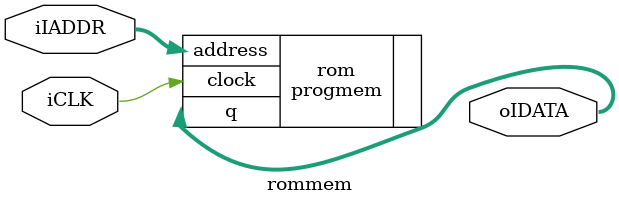
<source format=v>
module core(
        input           iCLK,
        input  [7:0]    iGPI,
        output [7:0]    oGPO
    );
    
    wire [31:0] wIDATA;
    
    wire        wWRDTA;
    wire        wWRGPR;
    wire        wWRSFR;
    wire        wWRMLR;
    wire [1:0]  wSGPRI;
    wire [2:0]  wSAOUT;
    wire        wUAZRO;
    wire        wUIMMB;
    wire        wPCJEN;
    
    wire        wAZERO;
    
    wire [3:0]  wSREGA;
    wire [3:0]  wSREGB;
    wire [3:0]  wSSFRR;
    wire [7:0]  wIMMBV;
    
    wire [7:0]  wIADDR;
    
    wire [7:0]  wGPRDI;
    wire [7:0]  wDTDOU;
    wire [7:0]  wSFRMX;
    wire [7:0]  wMULHB;
    wire [7:0]  wALOUT;
    wire [7:0]  wDATAA;
    wire [7:0]  wDATAB;
    wire [7:0]  wMULRG;
    
    wire [7:0]  wGPI;
    wire [7:0]  wGPO;
    assign wGPI = iGPI;
    assign oGPO = wGPO;
    
    idecoder idecoder(
        .iAZERO(wAZERO),
        .iINST(wIDATA),

        .oWRDTA(wWRDTA),
        .oWRGPR(wWRGPR),
        .oWRSFR(wWRSFR),
        .oWRMLR(wWRMLR),
        .oSGPRI(wSGPRI),
        .oSAOUT(wSAOUT),
        .oUAZRO(wUAZRO),
        .oUIMMB(wUIMMB),
        .oPCJEN(wPCJEN),
        .oSREGA(wSREGA),
        .oSREGB(wSREGB),
        .oSSFRR(wSSFRR),
        .oIMMBV(wIMMBV)
    );
    
    aalu aalu(
        .iUAZRO(wUAZRO),
        .iUIMMB(wUIMMB),
        .iIMMBV(wIMMBV),
        .iSAOUT(wSAOUT),
        .iA(wDATAA),
        .iB(wDATAB),
        
        .oALOUT(wALOUT),
        .oMULHB(wMULHB)
    );
    
    gporeg gporeg(
        .iCLK(iCLK),
        .iWRSFR(wWRSFR),
        .iDTBUS(wDATAA),
        .iSSFRR(wSSFRR),
        
        .oGPO(wGPO)
    );
    
    mulreg mulreg(
        .iCLK(iCLK),
        .iWRMLR(wWRMLR),
        .iMULHB(wMULHB),
        
        .oMULRG(wMULRG)
    );
    
    gprmux gprmux(
        .iDTDOU(wDTDOU),
        .iSFRMX(wSFRMX),
        .iALOUT(wALOUT),
        .iMULRG(wMULRG),
        .iSGPRI(wSGPRI),
        
        .oGPRDI(wGPRDI)
    );
    
    sfrmux sfrmux(
        .iGPI(wGPI),
        .iGPO(wGPO),
        .iSSFRR(wSSFRR),
        
        .oSFRMX(wSFRMX)
    );
    
    pcreg pcreg(
        .iCLK(iCLK),
        .iPCRST(1'b0),
        .iPCJEN(wPCJEN),
        .iPCJIN(wALOUT),
        
        .oIADDR(wIADDR)
    );
    
    gprs gprs(
        .iCLK(iCLK),
        .iWRGPR(wWRGPR),
        .iGPRDI(wGPRDI),
        .iSREGA(wSREGA),
        .iSREGB(wSREGB),
        
        .oAZERO(wAZERO),
        .oDATAA(wDATAA),
        .oDATAB(wDATAB)
    );
    
    rammem rammem(
        .iCLK(iCLK),
        .iWRDTA(wWRDTA),
        .iDTBUS(wDATAA),
        .iDTADR(wALOUT),
        
        .oDTDOU(wDTDOU)
    );
    
    rommem rommem(
        .iCLK(~iCLK),
        .iIADDR(wIADDR),
        
        .oIDATA(wIDATA)
    );

endmodule

/***************************************************************
 *  ALU
 ***************************************************************/
module aalu(
        input           iUAZRO,
        input           iUIMMB,
        input  [7:0]    iIMMBV,
        input  [2:0]    iSAOUT,
        input  [7:0]    iA,
        input  [7:0]    iB,
        output [7:0]    oALOUT,
        output [7:0]    oMULHB
    );
    
    wire [7:0]     wAOUT[7:0];
    assign oALOUT = wAOUT[iSAOUT];
    
    wire [7:0]     wA;
    assign wA    = iUAZRO ? 8'h00  : iA;
    
    wire [7:0]     wB;
    assign wB    = iUIMMB ? iIMMBV : iB;

    assign wAOUT[0] = iIMMBV;
    assign wAOUT[1] = wA & wB;
    assign wAOUT[2] = wA | wB;
    assign wAOUT[3] = wA ^ wB;
    assign wAOUT[4] = ~wA;
    
    alu_add alu_add (
        .dataa(wA),
        .datab(wB),
        .result(wAOUT[5])
    );
    
    alu_sub alu_sub (
        .dataa(wA),
        .datab(wB),
        .result(wAOUT[6])
    );
    
    wire [15:0]       wMUL;
    assign wAOUT[7] = wMUL[7:0];
    assign oMULHB   = wMUL[15:8];
    alu_mul alu_mul (
        .dataa(wA),
        .datab(wB),
        .result(wMUL)
    );
endmodule

/***************************************************************
 *  GPOREG
 ***************************************************************/
module gporeg(
        input           iCLK,
        input           iWRSFR,
        input  [7:0]    iDTBUS,
        input  [3:0]    iSSFRR,
        output [7:0]    oGPO
    );

    reg [7:0]     rGPO = 8'h00;
    assign oGPO = rGPO;
    
    always@(posedge iCLK) begin
        if(iWRSFR && (iSSFRR == 4'h01)) begin
            rGPO <= iDTBUS;
        end
        else begin
            rGPO <= rGPO;
        end
    end
endmodule

/***************************************************************
 *  MULRG
 ***************************************************************/
module mulreg(
        input           iCLK,
        input           iWRMLR,
        input  [7:0]    iMULHB,
        output [7:0]    oMULRG
    );

    reg [7:0]       rMULRG = 8'h00;
    assign oMULRG = rMULRG;
    
    always@(posedge iCLK) begin
        if(iWRMLR) begin
            rMULRG <= iMULHB;
        end
        else begin
            rMULRG <= rMULRG;
        end
    end
endmodule

/***************************************************************
 *  GPRMUX
 ***************************************************************/
module gprmux(
        input  [7:0]    iDTDOU,
        input  [7:0]    iSFRMX,
        input  [7:0]    iALOUT,
        input  [7:0]    iMULRG,
        input  [1:0]    iSGPRI,
        output [7:0]    oGPRDI
    );
    
    wire [7:0]      wGPRMX[7:0];
    assign oGPRDI = wGPRMX[iSGPRI];
    
    assign wGPRMX[0] = iDTDOU;
    assign wGPRMX[1] = iSFRMX;
    assign wGPRMX[2] = iALOUT;
    assign wGPRMX[3] = iMULRG;
    
endmodule

/***************************************************************
 *  SFRMUX
 ***************************************************************/
module sfrmux(
        input  [7:0]    iGPI,
        input  [7:0]    iGPO,
        input  [3:0]    iSSFRR,
        output [7:0]    oSFRMX
    );
    
    wire [7:0]      wSFRMX[7:0];
    assign oSFRMX = wSFRMX[iSSFRR];
    
    assign wSFRMX[0] = iGPI;
    assign wSFRMX[1] = iGPO;
    
endmodule

/***************************************************************
 *  PC
 ***************************************************************/
module pcreg(
        input           iCLK,
        input           iPCRST,
        input           iPCJEN,
        input  [7:0]    iPCJIN,
        output [7:0]    oIADDR
    );

    reg [7:0]       rPC = 8'h00;
    assign oIADDR = rPC;
    
    always@(posedge iCLK) begin
        if(iPCRST) begin
            rPC <= 8'h00;
        end
        else begin
            if(iPCJEN) begin
                rPC <= iPCJIN;
            end
            else begin
                rPC <= rPC + 8'd1;
            end
        end
    end
endmodule

/***************************************************************
 *  GPRs
 ***************************************************************/
module gprs(
        input           iCLK,
        input           iWRGPR,
        input  [7:0]    iGPRDI,
        input  [3:0]    iSREGA,
        input  [3:0]    iSREGB,
        output          oAZERO,
        output [7:0]    oDATAA,
        output [7:0]    oDATAB
    );

    reg [7:0]       rGPRS[7:0];
    
    integer k;
    initial
    begin
        for (k = 0; k < 8 ; k = k + 1) begin : init_rGPRS
            rGPRS[k] = 8'h00;
        end
    end
    
    assign oDATAA = rGPRS[iSREGA];
    assign oDATAB = rGPRS[iSREGB];
    assign oAZERO = oDATAA == 8'h00;
    
    always@(posedge iCLK) begin
        if(iWRGPR) begin
            rGPRS[iSREGA] <= iGPRDI;
        end
    end
endmodule

/***************************************************************
 *  RAM
 ***************************************************************/
module rammem(
        input           iCLK,
        input           iWRDTA,
        input  [7:0]    iDTBUS,
        input  [7:0]    iDTADR,
        output [7:0]    oDTDOU
    );
    
    datamem ram (
        .address(iDTADR),
        .clock(iCLK),
        .data(iDTBUS),
        .wren(iWRDTA),
        .q(oDTDOU)
    );
endmodule

/***************************************************************
 *  ROM
 ***************************************************************/
module rommem(
        input           iCLK,
        input  [7:0]    iIADDR,
        output [31:0]   oIDATA
    );
    
    progmem rom (
        .address(iIADDR),
        .clock(iCLK),
        .q(oIDATA)
    );
endmodule
</source>
